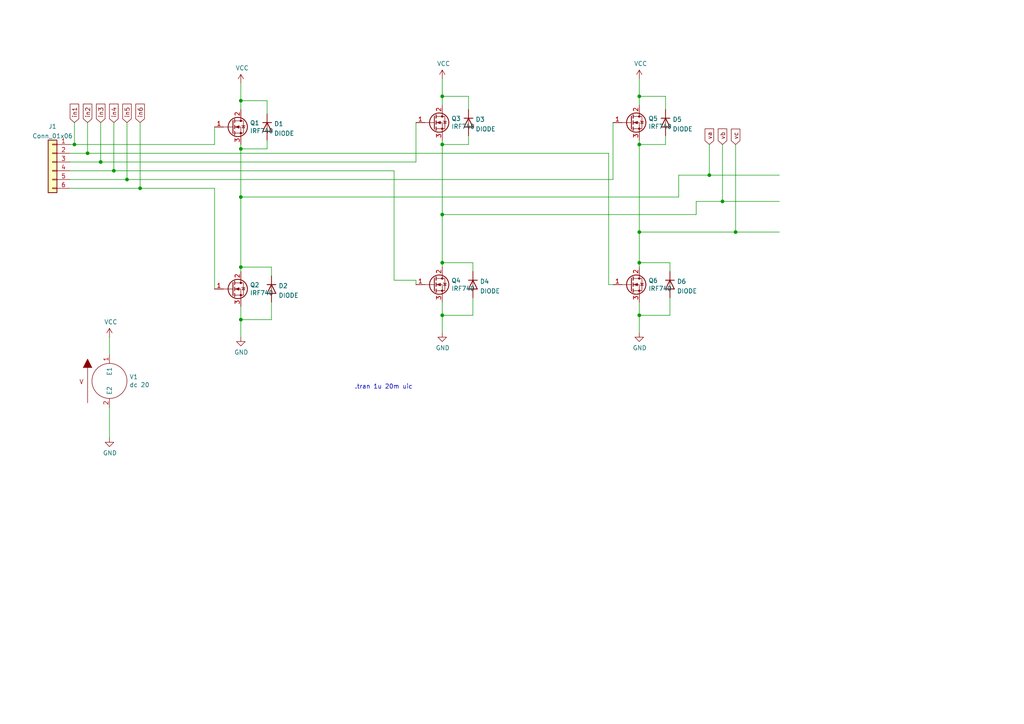
<source format=kicad_sch>
(kicad_sch (version 20211123) (generator eeschema)
  (paper "A4")
  (lib_symbols
    (symbol "Connector_Generic:Conn_01x06" (pin_names (offset 1.016) hide)
      (property "Reference" "J" (at 0 7.62 0))
      (property "Value" "Conn_01x06" (at 0 -10.16 0))
      (symbol "Conn_01x06_1_1"
        (rectangle (start -1.27 -7.493) (end 0 -7.747) (stroke (width 0.1524)))
        (rectangle (start -1.27 -4.953) (end 0 -5.207) (stroke (width 0.1524)))
        (rectangle (start -1.27 -2.413) (end 0 -2.667) (stroke (width 0.1524)))
        (rectangle (start -1.27 0.127) (end 0 -0.127) (stroke (width 0.1524)))
        (rectangle (start -1.27 2.667) (end 0 2.413) (stroke (width 0.1524)))
        (rectangle (start -1.27 5.207) (end 0 4.953) (stroke (width 0.1524)))
        (rectangle (start -1.27 6.35) (end 1.27 -8.89) (stroke (width 0.254)) (fill (type background)))
        (pin passive line (at -5.08 5.08 0) (length 3.81) (name "Pin_1") (number "1"))
        (pin passive line (at -5.08 2.54 0) (length 3.81) (name "Pin_2") (number "2"))
        (pin passive line (at -5.08 0 0) (length 3.81) (name "Pin_3") (number "3"))
        (pin passive line (at -5.08 -2.54 0) (length 3.81) (name "Pin_4") (number "4"))
        (pin passive line (at -5.08 -5.08 0) (length 3.81) (name "Pin_5") (number "5"))
        (pin passive line (at -5.08 -7.62 0) (length 3.81) (name "Pin_6") (number "6"))
      )
    )
    (symbol "Simulation_SPICE:DIODE" (pin_numbers hide) (pin_names (offset 1.016) hide)
      (property "Reference" "D" (at 0 2.54 0))
      (property "Value" "DIODE" (at 0 -2.54 0))
      (symbol "DIODE_0_1"
        (polyline (pts (xy 1.27 0) (xy -1.27 0)))
        (polyline (pts (xy 1.27 1.27) (xy 1.27 -1.27)) (stroke (width 0.254)))
        (polyline (pts (xy -1.27 -1.27) (xy -1.27 1.27) (xy 1.27 0) (xy -1.27 -1.27)) (stroke (width 0.254)))
      )
      (symbol "DIODE_1_1"
        (pin passive line (at -3.81 0 0) (length 2.54) (name "A") (number "1"))
        (pin passive line (at 3.81 0 180) (length 2.54) (name "K") (number "2"))
      )
    )
    (symbol "Transistor_FET:IRF740" (pin_names hide)
      (property "Reference" "Q" (at 6.35 1.905 0))
      (property "Value" "IRF740" (at 6.35 0 0))
      (symbol "IRF740_0_1"
        (polyline (pts (xy 0.254 0) (xy -2.54 0)))
        (polyline (pts (xy 0.254 1.905) (xy 0.254 -1.905)) (stroke (width 0.254)))
        (polyline (pts (xy 0.762 -1.27) (xy 0.762 -2.286)) (stroke (width 0.254)))
        (polyline (pts (xy 0.762 0.508) (xy 0.762 -0.508)) (stroke (width 0.254)))
        (polyline (pts (xy 0.762 2.286) (xy 0.762 1.27)) (stroke (width 0.254)))
        (polyline (pts (xy 2.54 2.54) (xy 2.54 1.778)))
        (polyline (pts (xy 2.54 -2.54) (xy 2.54 0) (xy 0.762 0)))
        (polyline (pts (xy 0.762 -1.778) (xy 3.302 -1.778) (xy 3.302 1.778) (xy 0.762 1.778)))
        (polyline (pts (xy 1.016 0) (xy 2.032 0.381) (xy 2.032 -0.381) (xy 1.016 0)) (fill (type outline)))
        (polyline (pts (xy 2.794 0.508) (xy 2.921 0.381) (xy 3.683 0.381) (xy 3.81 0.254)))
        (polyline (pts (xy 3.302 0.381) (xy 2.921 -0.254) (xy 3.683 -0.254) (xy 3.302 0.381)))
        (circle (center 1.651 0) (radius 2.794) (stroke (width 0.254)))
        (circle (center 2.54 -1.778) (radius 0.254) (fill (type outline)))
        (circle (center 2.54 1.778) (radius 0.254) (fill (type outline)))
      )
      (symbol "IRF740_1_1"
        (pin input line (at -5.08 0 0) (length 2.54) (name "G") (number "1"))
        (pin passive line (at 2.54 5.08 270) (length 2.54) (name "D") (number "2"))
        (pin passive line (at 2.54 -5.08 90) (length 2.54) (name "S") (number "3"))
      )
    )
    (symbol "power:GND" (power) (pin_names (offset 0))
      (property "Value" "GND" (at 0 -3.81 0))
      (symbol "GND_0_1"
        (polyline (pts (xy 0 0) (xy 0 -1.27) (xy 1.27 -1.27) (xy 0 -2.54) (xy -1.27 -1.27) (xy 0 -1.27)))
      )
      (symbol "GND_1_1"
        (pin power_in line (at 0 0 270) (length 0) hide (name "GND") (number "1"))
      )
    )
    (symbol "power:VCC" (power) (pin_names (offset 0))
      (property "Value" "VCC" (at 0 3.81 0))
      (symbol "VCC_0_1"
        (polyline (pts (xy -0.762 1.27) (xy 0 2.54)))
        (polyline (pts (xy 0 0) (xy 0 2.54)))
        (polyline (pts (xy 0 2.54) (xy 0.762 1.27)))
      )
      (symbol "VCC_1_1"
        (pin power_in line (at 0 0 90) (length 0) hide (name "VCC") (number "1"))
      )
    )
    (symbol "pspice:VSOURCE" (pin_names (offset 1.016))
      (property "Reference" "V" (at -6.35 7.62 0))
      (property "Value" "VSOURCE" (at 0 0 0))
      (symbol "VSOURCE_0_1"
        (polyline (pts (xy -6.35 -6.35) (xy -6.35 3.81)) (fill (type outline)))
        (polyline (pts (xy -7.62 3.81) (xy -6.35 6.35) (xy -5.08 3.81)) (fill (type outline)))
        (circle (center 0 0) (radius 5.08))
        (text "V" (at -8.128 -0.254 0) (effects (font (size 1.27 1.27))))
      )
      (symbol "VSOURCE_1_1"
        (pin input line (at 0 7.62 270) (length 2.54) (name "E1") (number "1"))
        (pin input line (at 0 -7.62 90) (length 2.54) (name "E2") (number "2"))
      )
    )
  )
  (junction (at 185.42 76.2))
  (junction (at 205.74 50.8))
  (junction (at 21.59 41.91))
  (junction (at 209.55 58.42))
  (junction (at 40.64 54.61))
  (junction (at 185.42 67.31))
  (junction (at 69.85 29.21))
  (junction (at 128.27 41.91))
  (junction (at 29.21 46.99))
  (junction (at 185.42 27.94))
  (junction (at 213.36 67.31))
  (junction (at 185.42 91.44))
  (junction (at 128.27 27.94))
  (junction (at 69.85 43.18))
  (junction (at 33.02 49.53))
  (junction (at 128.27 91.44))
  (junction (at 25.4 44.45))
  (junction (at 128.27 76.2))
  (junction (at 69.85 92.71))
  (junction (at 36.83 52.07))
  (junction (at 185.42 41.91))
  (junction (at 128.27 62.23))
  (junction (at 69.85 57.15))
  (junction (at 69.85 77.47))
  (wire (pts (xy 20.32 41.91) (xy 21.59 41.91)))
  (wire (pts (xy 69.85 77.47) (xy 78.74 77.47)))
  (wire (pts (xy 128.27 62.23) (xy 128.27 76.2)))
  (wire (pts (xy 185.42 27.94) (xy 185.42 30.48)))
  (wire (pts (xy 114.3 81.28) (xy 120.65 81.28)))
  (wire (pts (xy 78.74 87.63) (xy 78.74 92.71)))
  (wire (pts (xy 36.83 35.56) (xy 36.83 52.07)))
  (wire (pts (xy 21.59 35.56) (xy 21.59 41.91)))
  (wire (pts (xy 185.42 67.31) (xy 213.36 67.31)))
  (wire (pts (xy 176.53 44.45) (xy 176.53 82.55)))
  (wire (pts (xy 137.16 86.36) (xy 137.16 91.44)))
  (wire (pts (xy 69.85 92.71) (xy 78.74 92.71)))
  (wire (pts (xy 213.36 67.31) (xy 226.06 67.31)))
  (wire (pts (xy 185.42 76.2) (xy 185.42 77.47)))
  (wire (pts (xy 36.83 52.07) (xy 177.8 52.07)))
  (wire (pts (xy 226.06 58.42) (xy 209.55 58.42)))
  (wire (pts (xy 209.55 58.42) (xy 201.93 58.42)))
  (wire (pts (xy 185.42 22.86) (xy 185.42 27.94)))
  (wire (pts (xy 137.16 76.2) (xy 137.16 78.74)))
  (wire (pts (xy 177.8 52.07) (xy 177.8 35.56)))
  (wire (pts (xy 128.27 91.44) (xy 137.16 91.44)))
  (wire (pts (xy 128.27 41.91) (xy 128.27 62.23)))
  (wire (pts (xy 69.85 43.18) (xy 77.47 43.18)))
  (wire (pts (xy 128.27 41.91) (xy 135.89 41.91)))
  (wire (pts (xy 20.32 52.07) (xy 36.83 52.07)))
  (wire (pts (xy 20.32 49.53) (xy 33.02 49.53)))
  (wire (pts (xy 69.85 92.71) (xy 69.85 97.79)))
  (wire (pts (xy 29.21 35.56) (xy 29.21 46.99)))
  (wire (pts (xy 185.42 76.2) (xy 194.31 76.2)))
  (wire (pts (xy 201.93 62.23) (xy 128.27 62.23)))
  (wire (pts (xy 128.27 76.2) (xy 137.16 76.2)))
  (wire (pts (xy 33.02 49.53) (xy 114.3 49.53)))
  (wire (pts (xy 20.32 44.45) (xy 25.4 44.45)))
  (wire (pts (xy 194.31 76.2) (xy 194.31 78.74)))
  (wire (pts (xy 69.85 88.9) (xy 69.85 92.71)))
  (wire (pts (xy 78.74 77.47) (xy 78.74 80.01)))
  (wire (pts (xy 62.23 41.91) (xy 62.23 36.83)))
  (wire (pts (xy 21.59 41.91) (xy 62.23 41.91)))
  (wire (pts (xy 40.64 35.56) (xy 40.64 54.61)))
  (wire (pts (xy 213.36 41.91) (xy 213.36 67.31)))
  (wire (pts (xy 185.42 41.91) (xy 185.42 67.31)))
  (wire (pts (xy 185.42 40.64) (xy 185.42 41.91)))
  (wire (pts (xy 120.65 46.99) (xy 120.65 35.56)))
  (wire (pts (xy 25.4 44.45) (xy 176.53 44.45)))
  (wire (pts (xy 31.75 97.79) (xy 31.75 102.87)))
  (wire (pts (xy 62.23 54.61) (xy 62.23 83.82)))
  (wire (pts (xy 69.85 77.47) (xy 69.85 78.74)))
  (wire (pts (xy 69.85 57.15) (xy 69.85 77.47)))
  (wire (pts (xy 194.31 86.36) (xy 194.31 91.44)))
  (wire (pts (xy 77.47 40.64) (xy 77.47 43.18)))
  (wire (pts (xy 69.85 29.21) (xy 77.47 29.21)))
  (wire (pts (xy 205.74 41.91) (xy 205.74 50.8)))
  (wire (pts (xy 193.04 31.75) (xy 193.04 27.94)))
  (wire (pts (xy 205.74 50.8) (xy 196.85 50.8)))
  (wire (pts (xy 185.42 27.94) (xy 193.04 27.94)))
  (wire (pts (xy 69.85 41.91) (xy 69.85 43.18)))
  (wire (pts (xy 69.85 24.13) (xy 69.85 29.21)))
  (wire (pts (xy 128.27 91.44) (xy 128.27 96.52)))
  (wire (pts (xy 185.42 91.44) (xy 185.42 96.52)))
  (wire (pts (xy 185.42 41.91) (xy 193.04 41.91)))
  (wire (pts (xy 25.4 35.56) (xy 25.4 44.45)))
  (wire (pts (xy 196.85 50.8) (xy 196.85 57.15)))
  (wire (pts (xy 193.04 39.37) (xy 193.04 41.91)))
  (wire (pts (xy 20.32 46.99) (xy 29.21 46.99)))
  (wire (pts (xy 128.27 27.94) (xy 135.89 27.94)))
  (wire (pts (xy 69.85 43.18) (xy 69.85 57.15)))
  (wire (pts (xy 135.89 31.75) (xy 135.89 27.94)))
  (wire (pts (xy 185.42 87.63) (xy 185.42 91.44)))
  (wire (pts (xy 128.27 27.94) (xy 128.27 30.48)))
  (wire (pts (xy 31.75 127) (xy 31.75 118.11)))
  (wire (pts (xy 128.27 40.64) (xy 128.27 41.91)))
  (wire (pts (xy 33.02 35.56) (xy 33.02 49.53)))
  (wire (pts (xy 120.65 81.28) (xy 120.65 82.55)))
  (wire (pts (xy 77.47 33.02) (xy 77.47 29.21)))
  (wire (pts (xy 20.32 54.61) (xy 40.64 54.61)))
  (wire (pts (xy 135.89 39.37) (xy 135.89 41.91)))
  (wire (pts (xy 40.64 54.61) (xy 62.23 54.61)))
  (wire (pts (xy 226.06 50.8) (xy 205.74 50.8)))
  (wire (pts (xy 69.85 29.21) (xy 69.85 31.75)))
  (wire (pts (xy 69.85 57.15) (xy 196.85 57.15)))
  (wire (pts (xy 29.21 46.99) (xy 120.65 46.99)))
  (wire (pts (xy 128.27 87.63) (xy 128.27 91.44)))
  (wire (pts (xy 185.42 67.31) (xy 185.42 76.2)))
  (wire (pts (xy 176.53 82.55) (xy 177.8 82.55)))
  (wire (pts (xy 128.27 22.86) (xy 128.27 27.94)))
  (wire (pts (xy 201.93 58.42) (xy 201.93 62.23)))
  (wire (pts (xy 114.3 49.53) (xy 114.3 81.28)))
  (wire (pts (xy 185.42 91.44) (xy 194.31 91.44)))
  (wire (pts (xy 128.27 76.2) (xy 128.27 77.47)))
  (wire (pts (xy 209.55 41.91) (xy 209.55 58.42)))
  (text ".tran 1u 20m uic" (at 102.87 113.03 0) (effects (font (size 1.27 1.27)) (justify left bottom)))
  (global_label "in1" (shape input) (at 21.59 35.56 90) (property "Intersheet References" "${INTERSHEET_REFS}" (effects hide)))
  (global_label "in2" (shape input) (at 25.4 35.56 90) (property "Intersheet References" "${INTERSHEET_REFS}" (effects hide)))
  (global_label "vb" (shape input) (at 209.55 41.91 90) (property "Intersheet References" "${INTERSHEET_REFS}" (effects hide)))
  (global_label "in6" (shape input) (at 40.64 35.56 90) (property "Intersheet References" "${INTERSHEET_REFS}" (effects hide)))
  (global_label "in5" (shape input) (at 36.83 35.56 90) (property "Intersheet References" "${INTERSHEET_REFS}" (effects hide)))
  (global_label "va" (shape input) (at 205.74 41.91 90) (property "Intersheet References" "${INTERSHEET_REFS}" (effects hide)))
  (global_label "vc" (shape input) (at 213.36 41.91 90) (property "Intersheet References" "${INTERSHEET_REFS}" (effects hide)))
  (global_label "in4" (shape input) (at 33.02 35.56 90) (property "Intersheet References" "${INTERSHEET_REFS}" (effects hide)))
  (global_label "in3" (shape input) (at 29.21 35.56 90) (property "Intersheet References" "${INTERSHEET_REFS}" (effects hide)))
  (symbol (lib_id "Transistor_FET:IRF740") (at 67.31 36.83 0) (unit 1)
    (property "Reference" "Q1" (at 72.4916 35.6616 0) (effects (justify left)))
    (property "Value" "IRF740" (at 72.4916 37.973 0) (effects (justify left)))
    (property "Footprint" "Package_TO_SOT_THT:TO-220-3_Vertical" (effects hide))
    (property "Datasheet" "http://www.vishay.com/docs/91054/91054.pdf" (effects hide))
    (property "Spice_Primitive" "X" (effects hide))
    (property "Spice_Model" "MTB75N05H" (effects hide))
    (property "Spice_Netlist_Enabled" "Y" (effects hide))
    (property "Spice_Lib_File" "C:\\Users\\Elvis\\Documents\\Code Source\\Python Script\\ngspice\\MTB75N05H.lib" (effects hide))
    (property "Spice_Node_Sequence" "2 1 3" (effects hide))
  )
  (symbol (lib_id "pspice:VSOURCE") (at 31.75 110.49 0) (unit 1)
    (property "Reference" "V1" (at 37.5412 109.3216 0) (effects (justify left)))
    (property "Value" "dc 20" (at 37.5412 111.633 0) (effects (justify left)))
  )
  (symbol (lib_id "power:GND") (at 31.75 127 0) (unit 1)
    (property "Reference" "#PWR05" (effects hide))
    (property "Value" "GND" (at 31.877 131.3942 0))
  )
  (symbol (lib_id "power:VCC") (at 31.75 97.79 0) (unit 1)
    (property "Reference" "#PWR01" (effects hide))
    (property "Value" "VCC" (at 32.131 93.3958 0))
  )
  (symbol (lib_id "Simulation_SPICE:DIODE") (at 194.31 82.55 90) (unit 1)
    (property "Reference" "D6" (at 196.342 81.6415 90) (effects (justify right)))
    (property "Value" "DIODE" (at 196.342 84.4166 90) (effects (justify right)))
    (property "Spice_Netlist_Enabled" "Y" (effects hide))
    (property "Spice_Primitive" "D" (effects hide))
    (property "Spice_Model" "DN3491" (effects hide))
    (property "Spice_Lib_File" "DN3491.lib" (effects hide))
  )
  (symbol (lib_id "Simulation_SPICE:DIODE") (at 77.47 36.83 90) (unit 1)
    (property "Reference" "D1" (at 79.502 35.9215 90) (effects (justify right)))
    (property "Value" "DIODE" (at 79.502 38.6966 90) (effects (justify right)))
    (property "Spice_Netlist_Enabled" "Y" (effects hide))
    (property "Spice_Primitive" "D" (effects hide))
    (property "Spice_Model" "DN3491" (effects hide))
    (property "Spice_Lib_File" "DN3491.lib" (effects hide))
  )
  (symbol (lib_id "Transistor_FET:IRF740") (at 125.73 35.56 0) (unit 1)
    (property "Reference" "Q3" (at 130.9116 34.3916 0) (effects (justify left)))
    (property "Value" "IRF740" (at 130.9116 36.703 0) (effects (justify left)))
    (property "Footprint" "Package_TO_SOT_THT:TO-220-3_Vertical" (effects hide))
    (property "Datasheet" "http://www.vishay.com/docs/91054/91054.pdf" (effects hide))
    (property "Spice_Primitive" "X" (effects hide))
    (property "Spice_Model" "MTB75N05H" (effects hide))
    (property "Spice_Netlist_Enabled" "Y" (effects hide))
    (property "Spice_Lib_File" "C:\\Users\\Elvis\\Documents\\Code Source\\Python Script\\ngspice\\MTB75N05H.lib" (effects hide))
    (property "Spice_Node_Sequence" "2 1 3" (effects hide))
  )
  (symbol (lib_id "Simulation_SPICE:DIODE") (at 135.89 35.56 90) (unit 1)
    (property "Reference" "D3" (at 137.922 34.6515 90) (effects (justify right)))
    (property "Value" "DIODE" (at 137.922 37.4266 90) (effects (justify right)))
    (property "Spice_Netlist_Enabled" "Y" (effects hide))
    (property "Spice_Primitive" "D" (effects hide))
    (property "Spice_Model" "DN3491" (effects hide))
    (property "Spice_Lib_File" "DN3491.lib" (effects hide))
  )
  (symbol (lib_id "Transistor_FET:IRF740") (at 182.88 82.55 0) (unit 1)
    (property "Reference" "Q6" (at 188.0616 81.3816 0) (effects (justify left)))
    (property "Value" "IRF740" (at 188.0616 83.693 0) (effects (justify left)))
    (property "Footprint" "Package_TO_SOT_THT:TO-220-3_Vertical" (effects hide))
    (property "Datasheet" "http://www.vishay.com/docs/91054/91054.pdf" (effects hide))
    (property "Spice_Primitive" "X" (effects hide))
    (property "Spice_Model" "MTB75N05H" (effects hide))
    (property "Spice_Netlist_Enabled" "Y" (effects hide))
    (property "Spice_Lib_File" "C:\\Users\\Elvis\\Documents\\Code Source\\Python Script\\ngspice\\MTB75N05H.lib" (effects hide))
    (property "Spice_Node_Sequence" "2 1 3" (effects hide))
  )
  (symbol (lib_id "power:GND") (at 69.85 97.79 0) (unit 1)
    (property "Reference" "#PWR04" (effects hide))
    (property "Value" "GND" (at 69.977 102.1842 0))
  )
  (symbol (lib_id "Transistor_FET:IRF740") (at 182.88 35.56 0) (unit 1)
    (property "Reference" "Q5" (at 188.0616 34.3916 0) (effects (justify left)))
    (property "Value" "IRF740" (at 188.0616 36.703 0) (effects (justify left)))
    (property "Footprint" "Package_TO_SOT_THT:TO-220-3_Vertical" (effects hide))
    (property "Datasheet" "http://www.vishay.com/docs/91054/91054.pdf" (effects hide))
    (property "Spice_Primitive" "X" (effects hide))
    (property "Spice_Model" "MTB75N05H" (effects hide))
    (property "Spice_Netlist_Enabled" "Y" (effects hide))
    (property "Spice_Lib_File" "C:\\Users\\Elvis\\Documents\\Code Source\\Python Script\\ngspice\\MTB75N05H.lib" (effects hide))
    (property "Spice_Node_Sequence" "2 1 3" (effects hide))
  )
  (symbol (lib_id "Transistor_FET:IRF740") (at 125.73 82.55 0) (unit 1)
    (property "Reference" "Q4" (at 130.9116 81.3816 0) (effects (justify left)))
    (property "Value" "IRF740" (at 130.9116 83.693 0) (effects (justify left)))
    (property "Footprint" "Package_TO_SOT_THT:TO-220-3_Vertical" (effects hide))
    (property "Datasheet" "http://www.vishay.com/docs/91054/91054.pdf" (effects hide))
    (property "Spice_Primitive" "X" (effects hide))
    (property "Spice_Model" "MTB75N05H" (effects hide))
    (property "Spice_Netlist_Enabled" "Y" (effects hide))
    (property "Spice_Lib_File" "C:\\Users\\Elvis\\Documents\\Code Source\\Python Script\\ngspice\\MTB75N05H.lib" (effects hide))
    (property "Spice_Node_Sequence" "2 1 3" (effects hide))
  )
  (symbol (lib_id "power:VCC") (at 128.27 22.86 0) (unit 1)
    (property "Reference" "#PWR03" (effects hide))
    (property "Value" "VCC" (at 128.651 18.4658 0))
  )
  (symbol (lib_id "power:VCC") (at 185.42 22.86 0) (unit 1)
    (property "Reference" "#PWR07" (effects hide))
    (property "Value" "VCC" (at 185.801 18.4658 0))
  )
  (symbol (lib_id "power:VCC") (at 69.85 24.13 0) (unit 1)
    (property "Reference" "#PWR02" (effects hide))
    (property "Value" "VCC" (at 70.231 19.7358 0))
  )
  (symbol (lib_id "power:GND") (at 128.27 96.52 0) (unit 1)
    (property "Reference" "#PWR06" (effects hide))
    (property "Value" "GND" (at 128.397 100.9142 0))
  )
  (symbol (lib_id "power:GND") (at 185.42 96.52 0) (unit 1)
    (property "Reference" "#PWR08" (effects hide))
    (property "Value" "GND" (at 185.547 100.9142 0))
  )
  (symbol (lib_id "Transistor_FET:IRF740") (at 67.31 83.82 0) (unit 1)
    (property "Reference" "Q2" (at 72.4916 82.6516 0) (effects (justify left)))
    (property "Value" "IRF740" (at 72.4916 84.963 0) (effects (justify left)))
    (property "Footprint" "Package_TO_SOT_THT:TO-220-3_Vertical" (effects hide))
    (property "Datasheet" "http://www.vishay.com/docs/91054/91054.pdf" (effects hide))
    (property "Spice_Primitive" "X" (effects hide))
    (property "Spice_Model" "MTB75N05H" (effects hide))
    (property "Spice_Netlist_Enabled" "Y" (effects hide))
    (property "Spice_Lib_File" "C:\\Users\\Elvis\\Documents\\Code Source\\Python Script\\ngspice\\MTB75N05H.lib" (effects hide))
    (property "Spice_Node_Sequence" "2 1 3" (effects hide))
  )
  (symbol (lib_id "Simulation_SPICE:DIODE") (at 193.04 35.56 90) (unit 1)
    (property "Reference" "D5" (at 195.072 34.6515 90) (effects (justify right)))
    (property "Value" "DIODE" (at 195.072 37.4266 90) (effects (justify right)))
    (property "Spice_Netlist_Enabled" "Y" (effects hide))
    (property "Spice_Primitive" "D" (effects hide))
    (property "Spice_Model" "DN3491" (effects hide))
    (property "Spice_Lib_File" "DN3491.lib" (effects hide))
  )
  (symbol (lib_id "Simulation_SPICE:DIODE") (at 78.74 83.82 90) (unit 1)
    (property "Reference" "D2" (at 80.772 82.9115 90) (effects (justify right)))
    (property "Value" "DIODE" (at 80.772 85.6866 90) (effects (justify right)))
    (property "Spice_Netlist_Enabled" "Y" (effects hide))
    (property "Spice_Primitive" "D" (effects hide))
    (property "Spice_Model" "DN3491" (effects hide))
    (property "Spice_Lib_File" "DN3491.lib" (effects hide))
  )
  (symbol (lib_id "Connector_Generic:Conn_01x06") (at 15.24 46.99 0) (mirror y) (unit 1)
    (property "Reference" "J1" (at 15.24 36.6735 0))
    (property "Value" "Conn_01x06" (at 15.24 39.4486 0))
    (property "Spice_Primitive" "X" (effects hide))
    (property "Spice_Model" "file_6_output" (effects hide))
    (property "Spice_Netlist_Enabled" "Y" (effects hide))
    (property "Spice_Lib_File" "file_subckt.lib" (effects hide))
  )
  (symbol (lib_id "Simulation_SPICE:DIODE") (at 137.16 82.55 90) (unit 1)
    (property "Reference" "D4" (at 139.192 81.6415 90) (effects (justify right)))
    (property "Value" "DIODE" (at 139.192 84.4166 90) (effects (justify right)))
    (property "Spice_Netlist_Enabled" "Y" (effects hide))
    (property "Spice_Primitive" "D" (effects hide))
    (property "Spice_Model" "DN3491" (effects hide))
    (property "Spice_Lib_File" "DN3491.lib" (effects hide))
  )
)
</source>
